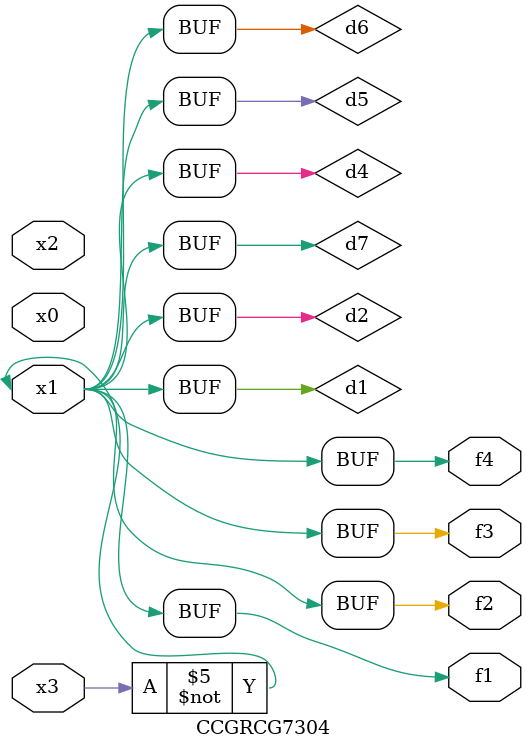
<source format=v>
module CCGRCG7304(
	input x0, x1, x2, x3,
	output f1, f2, f3, f4
);

	wire d1, d2, d3, d4, d5, d6, d7;

	not (d1, x3);
	buf (d2, x1);
	xnor (d3, d1, d2);
	nor (d4, d1);
	buf (d5, d1, d2);
	buf (d6, d4, d5);
	nand (d7, d4);
	assign f1 = d6;
	assign f2 = d7;
	assign f3 = d6;
	assign f4 = d6;
endmodule

</source>
